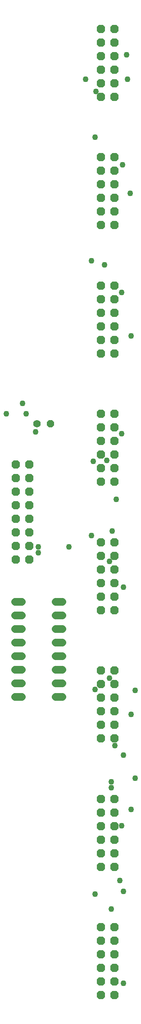
<source format=gbr>
G04 EAGLE Gerber RS-274X export*
G75*
%MOMM*%
%FSLAX34Y34*%
%LPD*%
%INSoldermask Bottom*%
%IPPOS*%
%AMOC8*
5,1,8,0,0,1.08239X$1,22.5*%
G01*
%ADD10C,1.422400*%
%ADD11P,1.704548X8X112.500000*%
%ADD12P,1.539592X8X22.500000*%
%ADD13C,1.422400*%
%ADD14C,1.103200*%


D10*
X35804Y766900D02*
X47996Y766900D01*
X47996Y741500D02*
X35804Y741500D01*
X35804Y614500D02*
X47996Y614500D01*
X47996Y589100D02*
X35804Y589100D01*
X35804Y716100D02*
X47996Y716100D01*
X47996Y690700D02*
X35804Y690700D01*
X35804Y639900D02*
X47996Y639900D01*
X47996Y665300D02*
X35804Y665300D01*
X112004Y589100D02*
X124196Y589100D01*
X124196Y614500D02*
X112004Y614500D01*
X112004Y639900D02*
X124196Y639900D01*
X124196Y665300D02*
X112004Y665300D01*
X112004Y690700D02*
X124196Y690700D01*
X124196Y716100D02*
X112004Y716100D01*
X112004Y741500D02*
X124196Y741500D01*
X124196Y766900D02*
X112004Y766900D01*
D11*
X62700Y846100D03*
X37300Y846100D03*
X62700Y871500D03*
X37300Y871500D03*
X62700Y896900D03*
X37300Y896900D03*
X62700Y922300D03*
X37300Y922300D03*
X62700Y947700D03*
X37300Y947700D03*
X62700Y973100D03*
X37300Y973100D03*
X62700Y998500D03*
X37300Y998500D03*
X62700Y1023900D03*
X37300Y1023900D03*
X197300Y1711500D03*
X222700Y1711500D03*
X197300Y1736900D03*
X222700Y1736900D03*
X197300Y1762300D03*
X222700Y1762300D03*
X197300Y1787700D03*
X222700Y1787700D03*
X197300Y1813100D03*
X222700Y1813100D03*
X197300Y1838500D03*
X222700Y1838500D03*
D12*
X102700Y1100000D03*
D13*
X77300Y1100000D03*
D11*
X197300Y1471500D03*
X222700Y1471500D03*
X197300Y1496900D03*
X222700Y1496900D03*
X197300Y1522300D03*
X222700Y1522300D03*
X197300Y1547700D03*
X222700Y1547700D03*
X197300Y1573100D03*
X222700Y1573100D03*
X197300Y1598500D03*
X222700Y1598500D03*
X197300Y1231500D03*
X222700Y1231500D03*
X197300Y1256900D03*
X222700Y1256900D03*
X197300Y1282300D03*
X222700Y1282300D03*
X197300Y1307700D03*
X222700Y1307700D03*
X197300Y1333100D03*
X222700Y1333100D03*
X197300Y1358500D03*
X222700Y1358500D03*
X197300Y991500D03*
X222700Y991500D03*
X197300Y1016900D03*
X222700Y1016900D03*
X197300Y1042300D03*
X222700Y1042300D03*
X197300Y1067700D03*
X222700Y1067700D03*
X197300Y1093100D03*
X222700Y1093100D03*
X197300Y1118500D03*
X222700Y1118500D03*
X197300Y751500D03*
X222700Y751500D03*
X197300Y776900D03*
X222700Y776900D03*
X197300Y802300D03*
X222700Y802300D03*
X197300Y827700D03*
X222700Y827700D03*
X197300Y853100D03*
X222700Y853100D03*
X197300Y878500D03*
X222700Y878500D03*
X197300Y511500D03*
X222700Y511500D03*
X197300Y536900D03*
X222700Y536900D03*
X197300Y562300D03*
X222700Y562300D03*
X197300Y587700D03*
X222700Y587700D03*
X197300Y613100D03*
X222700Y613100D03*
X197300Y638500D03*
X222700Y638500D03*
X197300Y271500D03*
X222700Y271500D03*
X197300Y296900D03*
X222700Y296900D03*
X197300Y322300D03*
X222700Y322300D03*
X197300Y347700D03*
X222700Y347700D03*
X197300Y373100D03*
X222700Y373100D03*
X197300Y398500D03*
X222700Y398500D03*
X197300Y31500D03*
X222700Y31500D03*
X197300Y56900D03*
X222700Y56900D03*
X197300Y82300D03*
X222700Y82300D03*
X197300Y107700D03*
X222700Y107700D03*
X197300Y133100D03*
X222700Y133100D03*
X197300Y158500D03*
X222700Y158500D03*
D14*
X179578Y1404620D03*
X216916Y430276D03*
X179578Y890778D03*
X247142Y1744218D03*
X186690Y1635760D03*
X49784Y1137920D03*
X186690Y220472D03*
X240030Y480060D03*
X218694Y899668D03*
X216916Y192024D03*
X236474Y348488D03*
X240030Y794766D03*
X213360Y842772D03*
X245364Y1790446D03*
X208026Y1031240D03*
X216916Y419608D03*
X213360Y624078D03*
X168910Y1744218D03*
X240030Y225806D03*
X254254Y378714D03*
X254254Y556514D03*
X252476Y1530858D03*
X236474Y1081024D03*
X19558Y1118362D03*
X224028Y497840D03*
X186690Y602742D03*
X236474Y1345946D03*
X56896Y1118362D03*
X261366Y437388D03*
X261366Y600964D03*
X238252Y1584198D03*
X74676Y1084580D03*
X188468Y1721104D03*
X80010Y869442D03*
X136906Y869442D03*
X225806Y958342D03*
X254254Y1264158D03*
X204470Y1397508D03*
X183134Y1029462D03*
X80010Y858774D03*
X232918Y245364D03*
X240030Y53340D03*
M02*

</source>
